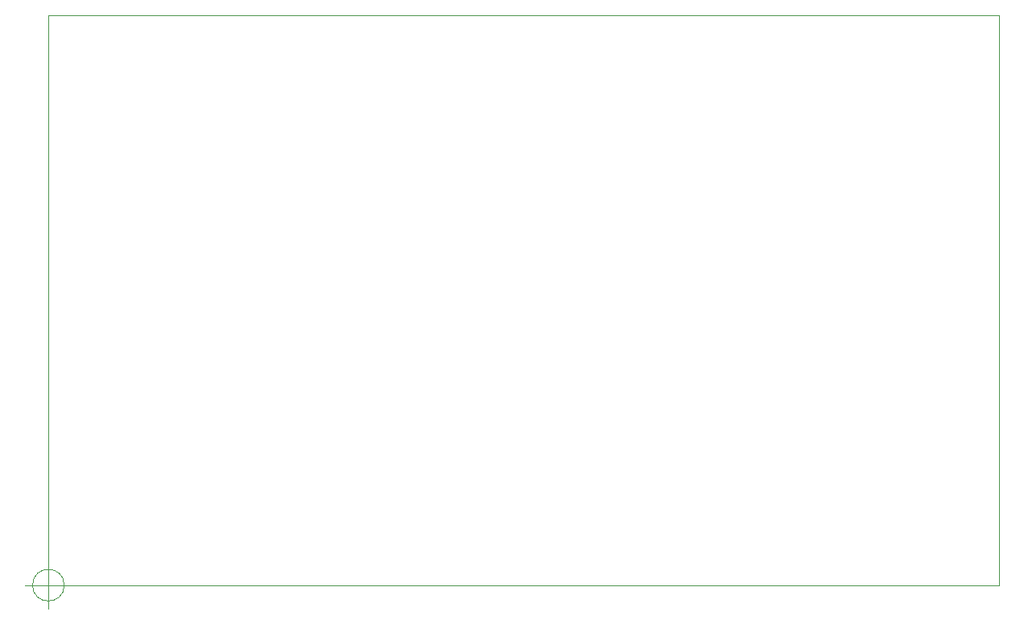
<source format=gm1>
G04 #@! TF.GenerationSoftware,KiCad,Pcbnew,5.1.10*
G04 #@! TF.CreationDate,2021-11-28T22:13:15+08:00*
G04 #@! TF.ProjectId,air_mon2,6169725f-6d6f-46e3-922e-6b696361645f,rev?*
G04 #@! TF.SameCoordinates,Original*
G04 #@! TF.FileFunction,Profile,NP*
%FSLAX46Y46*%
G04 Gerber Fmt 4.6, Leading zero omitted, Abs format (unit mm)*
G04 Created by KiCad (PCBNEW 5.1.10) date 2021-11-28 22:13:15*
%MOMM*%
%LPD*%
G01*
G04 APERTURE LIST*
G04 #@! TA.AperFunction,Profile*
%ADD10C,0.050000*%
G04 #@! TD*
G04 APERTURE END LIST*
D10*
X81031666Y-118095000D02*
G75*
G03*
X81031666Y-118095000I-1666666J0D01*
G01*
X76865000Y-118095000D02*
X81865000Y-118095000D01*
X79365000Y-115595000D02*
X79365000Y-120595000D01*
X79365000Y-58095000D02*
X179365000Y-58095000D01*
X179365000Y-58095000D02*
X179365000Y-118095000D01*
X179365000Y-118095000D02*
X79365000Y-118095000D01*
X79365000Y-118095000D02*
X79365000Y-58095000D01*
M02*

</source>
